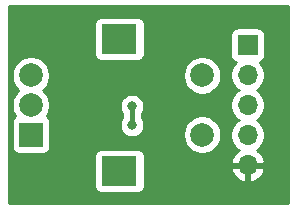
<source format=gbr>
%TF.GenerationSoftware,KiCad,Pcbnew,5.1.12-1.fc35*%
%TF.CreationDate,2021-11-27T14:33:04+00:00*%
%TF.ProjectId,kiCAD_TriSchmittPanelMount_v003,6b694341-445f-4547-9269-5363686d6974,rev?*%
%TF.SameCoordinates,Original*%
%TF.FileFunction,Copper,L2,Bot*%
%TF.FilePolarity,Positive*%
%FSLAX46Y46*%
G04 Gerber Fmt 4.6, Leading zero omitted, Abs format (unit mm)*
G04 Created by KiCad (PCBNEW 5.1.12-1.fc35) date 2021-11-27 14:33:04*
%MOMM*%
%LPD*%
G01*
G04 APERTURE LIST*
%TA.AperFunction,ComponentPad*%
%ADD10C,2.000000*%
%TD*%
%TA.AperFunction,ComponentPad*%
%ADD11R,3.000000X2.500000*%
%TD*%
%TA.AperFunction,ComponentPad*%
%ADD12R,2.000000X2.000000*%
%TD*%
%TA.AperFunction,ComponentPad*%
%ADD13R,1.700000X1.700000*%
%TD*%
%TA.AperFunction,ComponentPad*%
%ADD14O,1.700000X1.700000*%
%TD*%
%TA.AperFunction,ViaPad*%
%ADD15C,0.800000*%
%TD*%
%TA.AperFunction,Conductor*%
%ADD16C,0.400000*%
%TD*%
%TA.AperFunction,Conductor*%
%ADD17C,0.254000*%
%TD*%
%TA.AperFunction,Conductor*%
%ADD18C,0.100000*%
%TD*%
G04 APERTURE END LIST*
D10*
%TO.P,SW1,S2*%
%TO.N,Sig_EncSw*%
X207650000Y-69600000D03*
%TO.P,SW1,S1*%
%TO.N,GND*%
X207650000Y-74600000D03*
D11*
%TO.P,SW1,MP*%
%TO.N,N/C*%
X200650000Y-66500000D03*
X200650000Y-77700000D03*
D10*
%TO.P,SW1,B*%
%TO.N,Sig_EncB*%
X193150000Y-69600000D03*
%TO.P,SW1,C*%
%TO.N,GND*%
X193150000Y-72100000D03*
D12*
%TO.P,SW1,A*%
%TO.N,Sig_EncA*%
X193150000Y-74600000D03*
%TD*%
D13*
%TO.P,J1,1*%
%TO.N,/EncA_Out*%
X211500000Y-67025000D03*
D14*
%TO.P,J1,2*%
%TO.N,/EncB_Out*%
X211500000Y-69565000D03*
%TO.P,J1,3*%
%TO.N,/EncSw_Out*%
X211500000Y-72105000D03*
%TO.P,J1,4*%
%TO.N,GND*%
X211500000Y-74645000D03*
%TO.P,J1,5*%
%TO.N,VCC*%
X211500000Y-77185000D03*
%TD*%
D15*
%TO.N,VCC*%
X208400000Y-66900000D03*
X198000000Y-73100000D03*
X204765689Y-75834303D03*
X196100002Y-65900000D03*
%TO.N,Trig_EncA*%
X201700000Y-73800008D03*
X201700000Y-72199977D03*
%TD*%
D16*
%TO.N,Trig_EncA*%
X201700000Y-72199977D02*
X201700000Y-73800008D01*
%TD*%
D17*
%TO.N,VCC*%
X214940000Y-80440000D02*
X191260000Y-80440000D01*
X191260000Y-76450000D01*
X198511928Y-76450000D01*
X198511928Y-78950000D01*
X198524188Y-79074482D01*
X198560498Y-79194180D01*
X198619463Y-79304494D01*
X198698815Y-79401185D01*
X198795506Y-79480537D01*
X198905820Y-79539502D01*
X199025518Y-79575812D01*
X199150000Y-79588072D01*
X202150000Y-79588072D01*
X202274482Y-79575812D01*
X202394180Y-79539502D01*
X202504494Y-79480537D01*
X202601185Y-79401185D01*
X202680537Y-79304494D01*
X202739502Y-79194180D01*
X202775812Y-79074482D01*
X202788072Y-78950000D01*
X202788072Y-77541890D01*
X210058524Y-77541890D01*
X210103175Y-77689099D01*
X210228359Y-77951920D01*
X210402412Y-78185269D01*
X210618645Y-78380178D01*
X210868748Y-78529157D01*
X211143109Y-78626481D01*
X211373000Y-78505814D01*
X211373000Y-77312000D01*
X211627000Y-77312000D01*
X211627000Y-78505814D01*
X211856891Y-78626481D01*
X212131252Y-78529157D01*
X212381355Y-78380178D01*
X212597588Y-78185269D01*
X212771641Y-77951920D01*
X212896825Y-77689099D01*
X212941476Y-77541890D01*
X212820155Y-77312000D01*
X211627000Y-77312000D01*
X211373000Y-77312000D01*
X210179845Y-77312000D01*
X210058524Y-77541890D01*
X202788072Y-77541890D01*
X202788072Y-76450000D01*
X202775812Y-76325518D01*
X202739502Y-76205820D01*
X202680537Y-76095506D01*
X202601185Y-75998815D01*
X202504494Y-75919463D01*
X202394180Y-75860498D01*
X202274482Y-75824188D01*
X202150000Y-75811928D01*
X199150000Y-75811928D01*
X199025518Y-75824188D01*
X198905820Y-75860498D01*
X198795506Y-75919463D01*
X198698815Y-75998815D01*
X198619463Y-76095506D01*
X198560498Y-76205820D01*
X198524188Y-76325518D01*
X198511928Y-76450000D01*
X191260000Y-76450000D01*
X191260000Y-73600000D01*
X191511928Y-73600000D01*
X191511928Y-75600000D01*
X191524188Y-75724482D01*
X191560498Y-75844180D01*
X191619463Y-75954494D01*
X191698815Y-76051185D01*
X191795506Y-76130537D01*
X191905820Y-76189502D01*
X192025518Y-76225812D01*
X192150000Y-76238072D01*
X194150000Y-76238072D01*
X194274482Y-76225812D01*
X194394180Y-76189502D01*
X194504494Y-76130537D01*
X194601185Y-76051185D01*
X194680537Y-75954494D01*
X194739502Y-75844180D01*
X194775812Y-75724482D01*
X194788072Y-75600000D01*
X194788072Y-73600000D01*
X194775812Y-73475518D01*
X194739502Y-73355820D01*
X194680537Y-73245506D01*
X194601185Y-73148815D01*
X194504494Y-73069463D01*
X194478063Y-73055335D01*
X194598918Y-72874463D01*
X194722168Y-72576912D01*
X194785000Y-72261033D01*
X194785000Y-72098038D01*
X200665000Y-72098038D01*
X200665000Y-72301916D01*
X200704774Y-72501875D01*
X200782795Y-72690233D01*
X200865000Y-72813262D01*
X200865001Y-73186722D01*
X200782795Y-73309752D01*
X200704774Y-73498110D01*
X200665000Y-73698069D01*
X200665000Y-73901947D01*
X200704774Y-74101906D01*
X200782795Y-74290264D01*
X200896063Y-74459782D01*
X201040226Y-74603945D01*
X201209744Y-74717213D01*
X201398102Y-74795234D01*
X201598061Y-74835008D01*
X201801939Y-74835008D01*
X202001898Y-74795234D01*
X202190256Y-74717213D01*
X202359774Y-74603945D01*
X202503937Y-74459782D01*
X202517845Y-74438967D01*
X206015000Y-74438967D01*
X206015000Y-74761033D01*
X206077832Y-75076912D01*
X206201082Y-75374463D01*
X206380013Y-75642252D01*
X206607748Y-75869987D01*
X206875537Y-76048918D01*
X207173088Y-76172168D01*
X207488967Y-76235000D01*
X207811033Y-76235000D01*
X208126912Y-76172168D01*
X208424463Y-76048918D01*
X208692252Y-75869987D01*
X208919987Y-75642252D01*
X209098918Y-75374463D01*
X209222168Y-75076912D01*
X209285000Y-74761033D01*
X209285000Y-74438967D01*
X209222168Y-74123088D01*
X209098918Y-73825537D01*
X208919987Y-73557748D01*
X208692252Y-73330013D01*
X208424463Y-73151082D01*
X208126912Y-73027832D01*
X207811033Y-72965000D01*
X207488967Y-72965000D01*
X207173088Y-73027832D01*
X206875537Y-73151082D01*
X206607748Y-73330013D01*
X206380013Y-73557748D01*
X206201082Y-73825537D01*
X206077832Y-74123088D01*
X206015000Y-74438967D01*
X202517845Y-74438967D01*
X202617205Y-74290264D01*
X202695226Y-74101906D01*
X202735000Y-73901947D01*
X202735000Y-73698069D01*
X202695226Y-73498110D01*
X202617205Y-73309752D01*
X202535000Y-73186723D01*
X202535000Y-72813262D01*
X202617205Y-72690233D01*
X202695226Y-72501875D01*
X202735000Y-72301916D01*
X202735000Y-72098038D01*
X202695226Y-71898079D01*
X202617205Y-71709721D01*
X202503937Y-71540203D01*
X202359774Y-71396040D01*
X202190256Y-71282772D01*
X202001898Y-71204751D01*
X201801939Y-71164977D01*
X201598061Y-71164977D01*
X201398102Y-71204751D01*
X201209744Y-71282772D01*
X201040226Y-71396040D01*
X200896063Y-71540203D01*
X200782795Y-71709721D01*
X200704774Y-71898079D01*
X200665000Y-72098038D01*
X194785000Y-72098038D01*
X194785000Y-71938967D01*
X194722168Y-71623088D01*
X194598918Y-71325537D01*
X194419987Y-71057748D01*
X194212239Y-70850000D01*
X194419987Y-70642252D01*
X194598918Y-70374463D01*
X194722168Y-70076912D01*
X194785000Y-69761033D01*
X194785000Y-69438967D01*
X206015000Y-69438967D01*
X206015000Y-69761033D01*
X206077832Y-70076912D01*
X206201082Y-70374463D01*
X206380013Y-70642252D01*
X206607748Y-70869987D01*
X206875537Y-71048918D01*
X207173088Y-71172168D01*
X207488967Y-71235000D01*
X207811033Y-71235000D01*
X208126912Y-71172168D01*
X208424463Y-71048918D01*
X208692252Y-70869987D01*
X208919987Y-70642252D01*
X209098918Y-70374463D01*
X209222168Y-70076912D01*
X209285000Y-69761033D01*
X209285000Y-69438967D01*
X209222168Y-69123088D01*
X209098918Y-68825537D01*
X208919987Y-68557748D01*
X208692252Y-68330013D01*
X208424463Y-68151082D01*
X208126912Y-68027832D01*
X207811033Y-67965000D01*
X207488967Y-67965000D01*
X207173088Y-68027832D01*
X206875537Y-68151082D01*
X206607748Y-68330013D01*
X206380013Y-68557748D01*
X206201082Y-68825537D01*
X206077832Y-69123088D01*
X206015000Y-69438967D01*
X194785000Y-69438967D01*
X194722168Y-69123088D01*
X194598918Y-68825537D01*
X194419987Y-68557748D01*
X194192252Y-68330013D01*
X193924463Y-68151082D01*
X193626912Y-68027832D01*
X193311033Y-67965000D01*
X192988967Y-67965000D01*
X192673088Y-68027832D01*
X192375537Y-68151082D01*
X192107748Y-68330013D01*
X191880013Y-68557748D01*
X191701082Y-68825537D01*
X191577832Y-69123088D01*
X191515000Y-69438967D01*
X191515000Y-69761033D01*
X191577832Y-70076912D01*
X191701082Y-70374463D01*
X191880013Y-70642252D01*
X192087761Y-70850000D01*
X191880013Y-71057748D01*
X191701082Y-71325537D01*
X191577832Y-71623088D01*
X191515000Y-71938967D01*
X191515000Y-72261033D01*
X191577832Y-72576912D01*
X191701082Y-72874463D01*
X191821937Y-73055335D01*
X191795506Y-73069463D01*
X191698815Y-73148815D01*
X191619463Y-73245506D01*
X191560498Y-73355820D01*
X191524188Y-73475518D01*
X191511928Y-73600000D01*
X191260000Y-73600000D01*
X191260000Y-65250000D01*
X198511928Y-65250000D01*
X198511928Y-67750000D01*
X198524188Y-67874482D01*
X198560498Y-67994180D01*
X198619463Y-68104494D01*
X198698815Y-68201185D01*
X198795506Y-68280537D01*
X198905820Y-68339502D01*
X199025518Y-68375812D01*
X199150000Y-68388072D01*
X202150000Y-68388072D01*
X202274482Y-68375812D01*
X202394180Y-68339502D01*
X202504494Y-68280537D01*
X202601185Y-68201185D01*
X202680537Y-68104494D01*
X202739502Y-67994180D01*
X202775812Y-67874482D01*
X202788072Y-67750000D01*
X202788072Y-66175000D01*
X210011928Y-66175000D01*
X210011928Y-67875000D01*
X210024188Y-67999482D01*
X210060498Y-68119180D01*
X210119463Y-68229494D01*
X210198815Y-68326185D01*
X210295506Y-68405537D01*
X210405820Y-68464502D01*
X210478380Y-68486513D01*
X210346525Y-68618368D01*
X210184010Y-68861589D01*
X210072068Y-69131842D01*
X210015000Y-69418740D01*
X210015000Y-69711260D01*
X210072068Y-69998158D01*
X210184010Y-70268411D01*
X210346525Y-70511632D01*
X210553368Y-70718475D01*
X210727760Y-70835000D01*
X210553368Y-70951525D01*
X210346525Y-71158368D01*
X210184010Y-71401589D01*
X210072068Y-71671842D01*
X210015000Y-71958740D01*
X210015000Y-72251260D01*
X210072068Y-72538158D01*
X210184010Y-72808411D01*
X210346525Y-73051632D01*
X210553368Y-73258475D01*
X210727760Y-73375000D01*
X210553368Y-73491525D01*
X210346525Y-73698368D01*
X210184010Y-73941589D01*
X210072068Y-74211842D01*
X210015000Y-74498740D01*
X210015000Y-74791260D01*
X210072068Y-75078158D01*
X210184010Y-75348411D01*
X210346525Y-75591632D01*
X210553368Y-75798475D01*
X210735534Y-75920195D01*
X210618645Y-75989822D01*
X210402412Y-76184731D01*
X210228359Y-76418080D01*
X210103175Y-76680901D01*
X210058524Y-76828110D01*
X210179845Y-77058000D01*
X211373000Y-77058000D01*
X211373000Y-77038000D01*
X211627000Y-77038000D01*
X211627000Y-77058000D01*
X212820155Y-77058000D01*
X212941476Y-76828110D01*
X212896825Y-76680901D01*
X212771641Y-76418080D01*
X212597588Y-76184731D01*
X212381355Y-75989822D01*
X212264466Y-75920195D01*
X212446632Y-75798475D01*
X212653475Y-75591632D01*
X212815990Y-75348411D01*
X212927932Y-75078158D01*
X212985000Y-74791260D01*
X212985000Y-74498740D01*
X212927932Y-74211842D01*
X212815990Y-73941589D01*
X212653475Y-73698368D01*
X212446632Y-73491525D01*
X212272240Y-73375000D01*
X212446632Y-73258475D01*
X212653475Y-73051632D01*
X212815990Y-72808411D01*
X212927932Y-72538158D01*
X212985000Y-72251260D01*
X212985000Y-71958740D01*
X212927932Y-71671842D01*
X212815990Y-71401589D01*
X212653475Y-71158368D01*
X212446632Y-70951525D01*
X212272240Y-70835000D01*
X212446632Y-70718475D01*
X212653475Y-70511632D01*
X212815990Y-70268411D01*
X212927932Y-69998158D01*
X212985000Y-69711260D01*
X212985000Y-69418740D01*
X212927932Y-69131842D01*
X212815990Y-68861589D01*
X212653475Y-68618368D01*
X212521620Y-68486513D01*
X212594180Y-68464502D01*
X212704494Y-68405537D01*
X212801185Y-68326185D01*
X212880537Y-68229494D01*
X212939502Y-68119180D01*
X212975812Y-67999482D01*
X212988072Y-67875000D01*
X212988072Y-66175000D01*
X212975812Y-66050518D01*
X212939502Y-65930820D01*
X212880537Y-65820506D01*
X212801185Y-65723815D01*
X212704494Y-65644463D01*
X212594180Y-65585498D01*
X212474482Y-65549188D01*
X212350000Y-65536928D01*
X210650000Y-65536928D01*
X210525518Y-65549188D01*
X210405820Y-65585498D01*
X210295506Y-65644463D01*
X210198815Y-65723815D01*
X210119463Y-65820506D01*
X210060498Y-65930820D01*
X210024188Y-66050518D01*
X210011928Y-66175000D01*
X202788072Y-66175000D01*
X202788072Y-65250000D01*
X202775812Y-65125518D01*
X202739502Y-65005820D01*
X202680537Y-64895506D01*
X202601185Y-64798815D01*
X202504494Y-64719463D01*
X202394180Y-64660498D01*
X202274482Y-64624188D01*
X202150000Y-64611928D01*
X199150000Y-64611928D01*
X199025518Y-64624188D01*
X198905820Y-64660498D01*
X198795506Y-64719463D01*
X198698815Y-64798815D01*
X198619463Y-64895506D01*
X198560498Y-65005820D01*
X198524188Y-65125518D01*
X198511928Y-65250000D01*
X191260000Y-65250000D01*
X191260000Y-63760000D01*
X214940001Y-63760000D01*
X214940000Y-80440000D01*
%TA.AperFunction,Conductor*%
D18*
G36*
X214940000Y-80440000D02*
G01*
X191260000Y-80440000D01*
X191260000Y-76450000D01*
X198511928Y-76450000D01*
X198511928Y-78950000D01*
X198524188Y-79074482D01*
X198560498Y-79194180D01*
X198619463Y-79304494D01*
X198698815Y-79401185D01*
X198795506Y-79480537D01*
X198905820Y-79539502D01*
X199025518Y-79575812D01*
X199150000Y-79588072D01*
X202150000Y-79588072D01*
X202274482Y-79575812D01*
X202394180Y-79539502D01*
X202504494Y-79480537D01*
X202601185Y-79401185D01*
X202680537Y-79304494D01*
X202739502Y-79194180D01*
X202775812Y-79074482D01*
X202788072Y-78950000D01*
X202788072Y-77541890D01*
X210058524Y-77541890D01*
X210103175Y-77689099D01*
X210228359Y-77951920D01*
X210402412Y-78185269D01*
X210618645Y-78380178D01*
X210868748Y-78529157D01*
X211143109Y-78626481D01*
X211373000Y-78505814D01*
X211373000Y-77312000D01*
X211627000Y-77312000D01*
X211627000Y-78505814D01*
X211856891Y-78626481D01*
X212131252Y-78529157D01*
X212381355Y-78380178D01*
X212597588Y-78185269D01*
X212771641Y-77951920D01*
X212896825Y-77689099D01*
X212941476Y-77541890D01*
X212820155Y-77312000D01*
X211627000Y-77312000D01*
X211373000Y-77312000D01*
X210179845Y-77312000D01*
X210058524Y-77541890D01*
X202788072Y-77541890D01*
X202788072Y-76450000D01*
X202775812Y-76325518D01*
X202739502Y-76205820D01*
X202680537Y-76095506D01*
X202601185Y-75998815D01*
X202504494Y-75919463D01*
X202394180Y-75860498D01*
X202274482Y-75824188D01*
X202150000Y-75811928D01*
X199150000Y-75811928D01*
X199025518Y-75824188D01*
X198905820Y-75860498D01*
X198795506Y-75919463D01*
X198698815Y-75998815D01*
X198619463Y-76095506D01*
X198560498Y-76205820D01*
X198524188Y-76325518D01*
X198511928Y-76450000D01*
X191260000Y-76450000D01*
X191260000Y-73600000D01*
X191511928Y-73600000D01*
X191511928Y-75600000D01*
X191524188Y-75724482D01*
X191560498Y-75844180D01*
X191619463Y-75954494D01*
X191698815Y-76051185D01*
X191795506Y-76130537D01*
X191905820Y-76189502D01*
X192025518Y-76225812D01*
X192150000Y-76238072D01*
X194150000Y-76238072D01*
X194274482Y-76225812D01*
X194394180Y-76189502D01*
X194504494Y-76130537D01*
X194601185Y-76051185D01*
X194680537Y-75954494D01*
X194739502Y-75844180D01*
X194775812Y-75724482D01*
X194788072Y-75600000D01*
X194788072Y-73600000D01*
X194775812Y-73475518D01*
X194739502Y-73355820D01*
X194680537Y-73245506D01*
X194601185Y-73148815D01*
X194504494Y-73069463D01*
X194478063Y-73055335D01*
X194598918Y-72874463D01*
X194722168Y-72576912D01*
X194785000Y-72261033D01*
X194785000Y-72098038D01*
X200665000Y-72098038D01*
X200665000Y-72301916D01*
X200704774Y-72501875D01*
X200782795Y-72690233D01*
X200865000Y-72813262D01*
X200865001Y-73186722D01*
X200782795Y-73309752D01*
X200704774Y-73498110D01*
X200665000Y-73698069D01*
X200665000Y-73901947D01*
X200704774Y-74101906D01*
X200782795Y-74290264D01*
X200896063Y-74459782D01*
X201040226Y-74603945D01*
X201209744Y-74717213D01*
X201398102Y-74795234D01*
X201598061Y-74835008D01*
X201801939Y-74835008D01*
X202001898Y-74795234D01*
X202190256Y-74717213D01*
X202359774Y-74603945D01*
X202503937Y-74459782D01*
X202517845Y-74438967D01*
X206015000Y-74438967D01*
X206015000Y-74761033D01*
X206077832Y-75076912D01*
X206201082Y-75374463D01*
X206380013Y-75642252D01*
X206607748Y-75869987D01*
X206875537Y-76048918D01*
X207173088Y-76172168D01*
X207488967Y-76235000D01*
X207811033Y-76235000D01*
X208126912Y-76172168D01*
X208424463Y-76048918D01*
X208692252Y-75869987D01*
X208919987Y-75642252D01*
X209098918Y-75374463D01*
X209222168Y-75076912D01*
X209285000Y-74761033D01*
X209285000Y-74438967D01*
X209222168Y-74123088D01*
X209098918Y-73825537D01*
X208919987Y-73557748D01*
X208692252Y-73330013D01*
X208424463Y-73151082D01*
X208126912Y-73027832D01*
X207811033Y-72965000D01*
X207488967Y-72965000D01*
X207173088Y-73027832D01*
X206875537Y-73151082D01*
X206607748Y-73330013D01*
X206380013Y-73557748D01*
X206201082Y-73825537D01*
X206077832Y-74123088D01*
X206015000Y-74438967D01*
X202517845Y-74438967D01*
X202617205Y-74290264D01*
X202695226Y-74101906D01*
X202735000Y-73901947D01*
X202735000Y-73698069D01*
X202695226Y-73498110D01*
X202617205Y-73309752D01*
X202535000Y-73186723D01*
X202535000Y-72813262D01*
X202617205Y-72690233D01*
X202695226Y-72501875D01*
X202735000Y-72301916D01*
X202735000Y-72098038D01*
X202695226Y-71898079D01*
X202617205Y-71709721D01*
X202503937Y-71540203D01*
X202359774Y-71396040D01*
X202190256Y-71282772D01*
X202001898Y-71204751D01*
X201801939Y-71164977D01*
X201598061Y-71164977D01*
X201398102Y-71204751D01*
X201209744Y-71282772D01*
X201040226Y-71396040D01*
X200896063Y-71540203D01*
X200782795Y-71709721D01*
X200704774Y-71898079D01*
X200665000Y-72098038D01*
X194785000Y-72098038D01*
X194785000Y-71938967D01*
X194722168Y-71623088D01*
X194598918Y-71325537D01*
X194419987Y-71057748D01*
X194212239Y-70850000D01*
X194419987Y-70642252D01*
X194598918Y-70374463D01*
X194722168Y-70076912D01*
X194785000Y-69761033D01*
X194785000Y-69438967D01*
X206015000Y-69438967D01*
X206015000Y-69761033D01*
X206077832Y-70076912D01*
X206201082Y-70374463D01*
X206380013Y-70642252D01*
X206607748Y-70869987D01*
X206875537Y-71048918D01*
X207173088Y-71172168D01*
X207488967Y-71235000D01*
X207811033Y-71235000D01*
X208126912Y-71172168D01*
X208424463Y-71048918D01*
X208692252Y-70869987D01*
X208919987Y-70642252D01*
X209098918Y-70374463D01*
X209222168Y-70076912D01*
X209285000Y-69761033D01*
X209285000Y-69438967D01*
X209222168Y-69123088D01*
X209098918Y-68825537D01*
X208919987Y-68557748D01*
X208692252Y-68330013D01*
X208424463Y-68151082D01*
X208126912Y-68027832D01*
X207811033Y-67965000D01*
X207488967Y-67965000D01*
X207173088Y-68027832D01*
X206875537Y-68151082D01*
X206607748Y-68330013D01*
X206380013Y-68557748D01*
X206201082Y-68825537D01*
X206077832Y-69123088D01*
X206015000Y-69438967D01*
X194785000Y-69438967D01*
X194722168Y-69123088D01*
X194598918Y-68825537D01*
X194419987Y-68557748D01*
X194192252Y-68330013D01*
X193924463Y-68151082D01*
X193626912Y-68027832D01*
X193311033Y-67965000D01*
X192988967Y-67965000D01*
X192673088Y-68027832D01*
X192375537Y-68151082D01*
X192107748Y-68330013D01*
X191880013Y-68557748D01*
X191701082Y-68825537D01*
X191577832Y-69123088D01*
X191515000Y-69438967D01*
X191515000Y-69761033D01*
X191577832Y-70076912D01*
X191701082Y-70374463D01*
X191880013Y-70642252D01*
X192087761Y-70850000D01*
X191880013Y-71057748D01*
X191701082Y-71325537D01*
X191577832Y-71623088D01*
X191515000Y-71938967D01*
X191515000Y-72261033D01*
X191577832Y-72576912D01*
X191701082Y-72874463D01*
X191821937Y-73055335D01*
X191795506Y-73069463D01*
X191698815Y-73148815D01*
X191619463Y-73245506D01*
X191560498Y-73355820D01*
X191524188Y-73475518D01*
X191511928Y-73600000D01*
X191260000Y-73600000D01*
X191260000Y-65250000D01*
X198511928Y-65250000D01*
X198511928Y-67750000D01*
X198524188Y-67874482D01*
X198560498Y-67994180D01*
X198619463Y-68104494D01*
X198698815Y-68201185D01*
X198795506Y-68280537D01*
X198905820Y-68339502D01*
X199025518Y-68375812D01*
X199150000Y-68388072D01*
X202150000Y-68388072D01*
X202274482Y-68375812D01*
X202394180Y-68339502D01*
X202504494Y-68280537D01*
X202601185Y-68201185D01*
X202680537Y-68104494D01*
X202739502Y-67994180D01*
X202775812Y-67874482D01*
X202788072Y-67750000D01*
X202788072Y-66175000D01*
X210011928Y-66175000D01*
X210011928Y-67875000D01*
X210024188Y-67999482D01*
X210060498Y-68119180D01*
X210119463Y-68229494D01*
X210198815Y-68326185D01*
X210295506Y-68405537D01*
X210405820Y-68464502D01*
X210478380Y-68486513D01*
X210346525Y-68618368D01*
X210184010Y-68861589D01*
X210072068Y-69131842D01*
X210015000Y-69418740D01*
X210015000Y-69711260D01*
X210072068Y-69998158D01*
X210184010Y-70268411D01*
X210346525Y-70511632D01*
X210553368Y-70718475D01*
X210727760Y-70835000D01*
X210553368Y-70951525D01*
X210346525Y-71158368D01*
X210184010Y-71401589D01*
X210072068Y-71671842D01*
X210015000Y-71958740D01*
X210015000Y-72251260D01*
X210072068Y-72538158D01*
X210184010Y-72808411D01*
X210346525Y-73051632D01*
X210553368Y-73258475D01*
X210727760Y-73375000D01*
X210553368Y-73491525D01*
X210346525Y-73698368D01*
X210184010Y-73941589D01*
X210072068Y-74211842D01*
X210015000Y-74498740D01*
X210015000Y-74791260D01*
X210072068Y-75078158D01*
X210184010Y-75348411D01*
X210346525Y-75591632D01*
X210553368Y-75798475D01*
X210735534Y-75920195D01*
X210618645Y-75989822D01*
X210402412Y-76184731D01*
X210228359Y-76418080D01*
X210103175Y-76680901D01*
X210058524Y-76828110D01*
X210179845Y-77058000D01*
X211373000Y-77058000D01*
X211373000Y-77038000D01*
X211627000Y-77038000D01*
X211627000Y-77058000D01*
X212820155Y-77058000D01*
X212941476Y-76828110D01*
X212896825Y-76680901D01*
X212771641Y-76418080D01*
X212597588Y-76184731D01*
X212381355Y-75989822D01*
X212264466Y-75920195D01*
X212446632Y-75798475D01*
X212653475Y-75591632D01*
X212815990Y-75348411D01*
X212927932Y-75078158D01*
X212985000Y-74791260D01*
X212985000Y-74498740D01*
X212927932Y-74211842D01*
X212815990Y-73941589D01*
X212653475Y-73698368D01*
X212446632Y-73491525D01*
X212272240Y-73375000D01*
X212446632Y-73258475D01*
X212653475Y-73051632D01*
X212815990Y-72808411D01*
X212927932Y-72538158D01*
X212985000Y-72251260D01*
X212985000Y-71958740D01*
X212927932Y-71671842D01*
X212815990Y-71401589D01*
X212653475Y-71158368D01*
X212446632Y-70951525D01*
X212272240Y-70835000D01*
X212446632Y-70718475D01*
X212653475Y-70511632D01*
X212815990Y-70268411D01*
X212927932Y-69998158D01*
X212985000Y-69711260D01*
X212985000Y-69418740D01*
X212927932Y-69131842D01*
X212815990Y-68861589D01*
X212653475Y-68618368D01*
X212521620Y-68486513D01*
X212594180Y-68464502D01*
X212704494Y-68405537D01*
X212801185Y-68326185D01*
X212880537Y-68229494D01*
X212939502Y-68119180D01*
X212975812Y-67999482D01*
X212988072Y-67875000D01*
X212988072Y-66175000D01*
X212975812Y-66050518D01*
X212939502Y-65930820D01*
X212880537Y-65820506D01*
X212801185Y-65723815D01*
X212704494Y-65644463D01*
X212594180Y-65585498D01*
X212474482Y-65549188D01*
X212350000Y-65536928D01*
X210650000Y-65536928D01*
X210525518Y-65549188D01*
X210405820Y-65585498D01*
X210295506Y-65644463D01*
X210198815Y-65723815D01*
X210119463Y-65820506D01*
X210060498Y-65930820D01*
X210024188Y-66050518D01*
X210011928Y-66175000D01*
X202788072Y-66175000D01*
X202788072Y-65250000D01*
X202775812Y-65125518D01*
X202739502Y-65005820D01*
X202680537Y-64895506D01*
X202601185Y-64798815D01*
X202504494Y-64719463D01*
X202394180Y-64660498D01*
X202274482Y-64624188D01*
X202150000Y-64611928D01*
X199150000Y-64611928D01*
X199025518Y-64624188D01*
X198905820Y-64660498D01*
X198795506Y-64719463D01*
X198698815Y-64798815D01*
X198619463Y-64895506D01*
X198560498Y-65005820D01*
X198524188Y-65125518D01*
X198511928Y-65250000D01*
X191260000Y-65250000D01*
X191260000Y-63760000D01*
X214940001Y-63760000D01*
X214940000Y-80440000D01*
G37*
%TD.AperFunction*%
%TD*%
M02*

</source>
